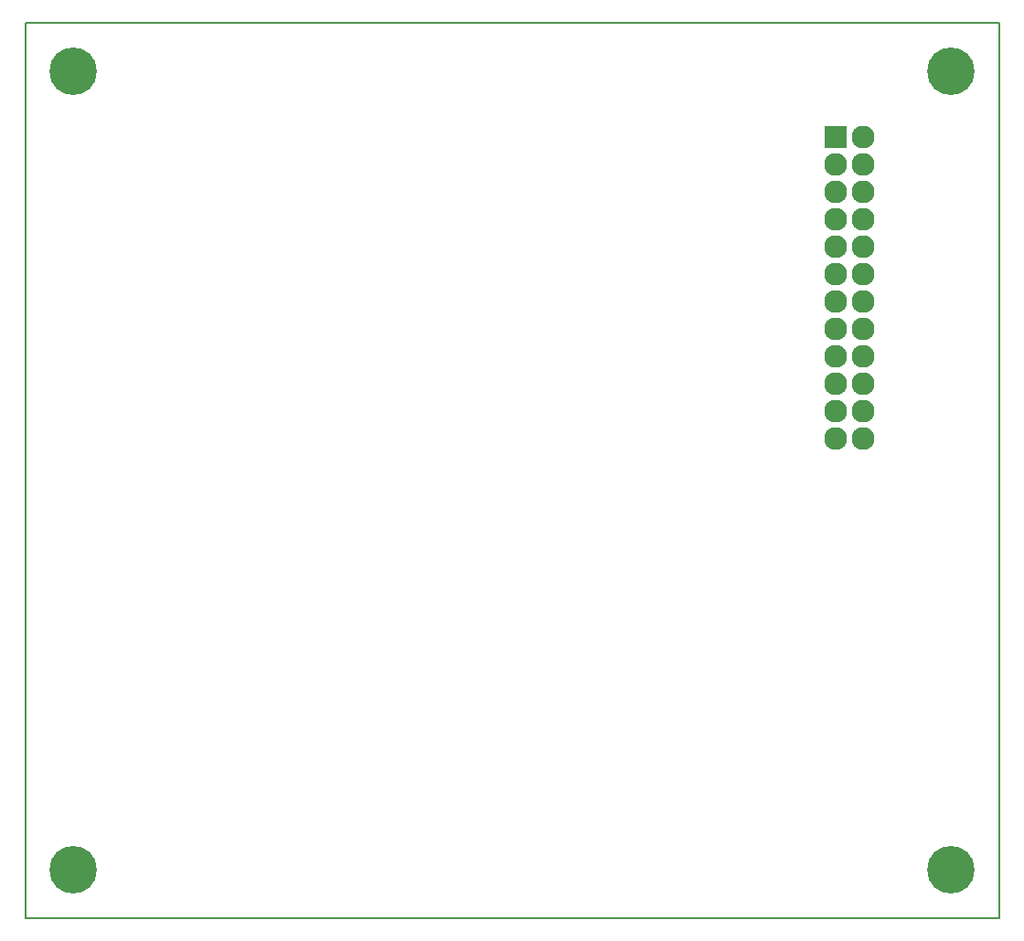
<source format=gbr>
G04 #@! TF.FileFunction,Soldermask,Bot*
%FSLAX46Y46*%
G04 Gerber Fmt 4.6, Leading zero omitted, Abs format (unit mm)*
G04 Created by KiCad (PCBNEW 4.0.5+dfsg1-4~bpo8+1) date Sun Apr 30 20:15:14 2017*
%MOMM*%
%LPD*%
G01*
G04 APERTURE LIST*
%ADD10C,0.100000*%
%ADD11C,0.150000*%
%ADD12R,2.127200X2.127200*%
%ADD13O,2.127200X2.127200*%
%ADD14C,4.400000*%
G04 APERTURE END LIST*
D10*
D11*
X134493000Y-154940000D02*
X136652000Y-154940000D01*
X134493000Y-72009000D02*
X134493000Y-154940000D01*
X224663000Y-72009000D02*
X134493000Y-72009000D01*
X224663000Y-74930000D02*
X224663000Y-72009000D01*
X224663000Y-154940000D02*
X224663000Y-74930000D01*
X136652000Y-154940000D02*
X224663000Y-154940000D01*
D12*
X209550000Y-82550000D03*
D13*
X212090000Y-82550000D03*
X209550000Y-85090000D03*
X212090000Y-85090000D03*
X209550000Y-87630000D03*
X212090000Y-87630000D03*
X209550000Y-90170000D03*
X212090000Y-90170000D03*
X209550000Y-92710000D03*
X212090000Y-92710000D03*
X209550000Y-95250000D03*
X212090000Y-95250000D03*
X209550000Y-97790000D03*
X212090000Y-97790000D03*
X209550000Y-100330000D03*
X212090000Y-100330000D03*
X209550000Y-102870000D03*
X212090000Y-102870000D03*
X209550000Y-105410000D03*
X212090000Y-105410000D03*
X209550000Y-107950000D03*
X212090000Y-107950000D03*
X209550000Y-110490000D03*
X212090000Y-110490000D03*
D14*
X138938000Y-76454000D03*
X138938000Y-150495000D03*
X220218000Y-150495000D03*
X220218000Y-76454000D03*
M02*

</source>
